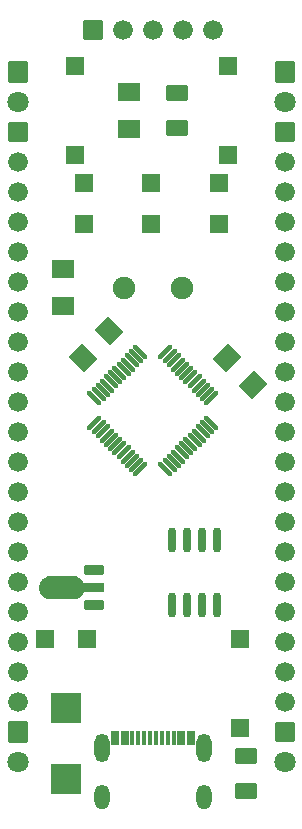
<source format=gts>
G04 Layer: TopSolderMaskLayer*
G04 EasyEDA v6.5.23, 2023-04-11 19:59:39*
G04 c99d532640dc4cbf880a73e467a675c2,770f52a9c06342aeb7d9f723a0e8078a,10*
G04 Gerber Generator version 0.2*
G04 Scale: 100 percent, Rotated: No, Reflected: No *
G04 Dimensions in inches *
G04 leading zeros omitted , absolute positions ,3 integer and 6 decimal *
%FSLAX36Y36*%
%MOIN*%

%AMMACRO1*1,1,$1,$2,$3*1,1,$1,$4,$5*1,1,$1,0-$2,0-$3*1,1,$1,0-$4,0-$5*20,1,$1,$2,$3,$4,$5,0*20,1,$1,$4,$5,0-$2,0-$3,0*20,1,$1,0-$2,0-$3,0-$4,0-$5,0*20,1,$1,0-$4,0-$5,$2,$3,0*4,1,4,$2,$3,$4,$5,0-$2,0-$3,0-$4,0-$5,$2,$3,0*%
%AMMACRO2*1,1,$1,$2,$3*1,1,$1,$4,$5*20,1,$1,$2,$3,$4,$5,0*%
%ADD10MACRO1,0.004X0.031X0.0335X0.031X-0.0335*%
%ADD11C,0.0709*%
%ADD12MACRO1,0.004X0.031X0.031X0.031X-0.031*%
%ADD13MACRO1,0.004X0.0335X-0.0238X-0.0335X-0.0238*%
%ADD14MACRO1,0.004X0.0335X0.0238X-0.0335X0.0238*%
%ADD15MACRO1,0.004X0.0295X-0.0276X-0.0295X-0.0276*%
%ADD16MACRO2,0.0146X-0.0171X0.0171X0.0171X-0.0171*%
%ADD17MACRO2,0.0146X-0.0171X-0.0171X0.0171X0.0171*%
%ADD18MACRO1,0.004X-0.0295X0.0276X0.0295X0.0276*%
%ADD19MACRO1,0.004X-0.034X0.0292X0.034X0.0292*%
%ADD20MACRO1,0.004X-0.034X-0.0292X0.034X-0.0292*%
%ADD21MACRO1,0.004X-0.0335X0.0238X0.0335X0.0238*%
%ADD22MACRO1,0.004X-0.0335X-0.0238X0.0335X-0.0238*%
%ADD23MACRO1,0.004X-0.0295X0.0295X0.0295X0.0295*%
%ADD24MACRO1,0.004X-0.0295X-0.0295X-0.0295X0.0295*%
%ADD25MACRO1,0.004X0.031X-0.0132X0.031X0.0132*%
%ADD26O,0.026597999999999997X0.084138*%
%ADD27MACRO1,0.0039X-0.0059X0.0226X0.0059X0.0226*%
%ADD28MACRO1,0.0039X-0.0118X0.0226X0.0118X0.0226*%
%ADD29O,0.051244000000000005X0.08274000000000001*%
%ADD30O,0.051244000000000005X0.094551*%
%ADD31MACRO1,0.004X0.0492X0.0478X0.0492X-0.0478*%
%ADD32C,0.0660*%
%ADD33MACRO1,0.004X-0.031X0.031X0.031X0.031*%
%ADD34MACRO1,0.004X0.0034X-0.0447X-0.0447X0.0034*%
%ADD35MACRO1,0.004X0.0447X-0.0034X-0.0034X0.0447*%
%ADD36MACRO1,0.004X-0.0447X-0.0034X0.0034X0.0447*%
%ADD37MACRO1,0.004X-0.0034X-0.0447X0.0447X0.0034*%
%ADD38C,0.0749*%
%ADD39C,0.0150*%

%LPD*%
D10*
G01*
X50000Y-200000D03*
D11*
G01*
X50000Y-300000D03*
D10*
G01*
X940000Y-200000D03*
D11*
G01*
X940000Y-300000D03*
D10*
G01*
X50000Y-2400000D03*
D11*
G01*
X50000Y-2500000D03*
D12*
G01*
X940000Y-2400000D03*
D11*
G01*
X940000Y-2500000D03*
D13*
G01*
X810000Y-2481781D03*
D14*
G01*
X810000Y-2598218D03*
D15*
G01*
X790000Y-2389602D03*
G01*
X790000Y-2090396D03*
G01*
X750000Y-479602D03*
G01*
X750000Y-180396D03*
D16*
G01*
X458250Y-1135130D03*
G01*
X444320Y-1149049D03*
G01*
X430409Y-1162970D03*
G01*
X416479Y-1176890D03*
G01*
X402569Y-1190809D03*
G01*
X388650Y-1204730D03*
G01*
X374730Y-1218650D03*
G01*
X360809Y-1232569D03*
G01*
X346890Y-1246479D03*
G01*
X332970Y-1260409D03*
G01*
X319049Y-1274320D03*
G01*
X305130Y-1288250D03*
D17*
G01*
X305130Y-1371760D03*
G01*
X319049Y-1385679D03*
G01*
X332970Y-1399590D03*
G01*
X346890Y-1413520D03*
G01*
X360809Y-1427430D03*
G01*
X374730Y-1441359D03*
G01*
X388650Y-1455269D03*
G01*
X402569Y-1469190D03*
G01*
X416479Y-1483109D03*
G01*
X430409Y-1497029D03*
G01*
X444320Y-1510950D03*
G01*
X458250Y-1524869D03*
D16*
G01*
X541760Y-1524869D03*
G01*
X555679Y-1510950D03*
G01*
X569590Y-1497029D03*
G01*
X583520Y-1483109D03*
G01*
X597430Y-1469190D03*
G01*
X611359Y-1455269D03*
G01*
X625269Y-1441359D03*
G01*
X639190Y-1427430D03*
G01*
X653109Y-1413520D03*
G01*
X667029Y-1399590D03*
G01*
X680950Y-1385679D03*
G01*
X694869Y-1371760D03*
D17*
G01*
X694869Y-1288250D03*
G01*
X680950Y-1274320D03*
G01*
X667029Y-1260409D03*
G01*
X653109Y-1246479D03*
G01*
X639190Y-1232569D03*
G01*
X625269Y-1218650D03*
G01*
X611359Y-1204730D03*
G01*
X597430Y-1190809D03*
G01*
X583520Y-1176890D03*
G01*
X569590Y-1162970D03*
G01*
X555679Y-1149049D03*
G01*
X541760Y-1135130D03*
D18*
G01*
X239999Y-180397D03*
G01*
X239999Y-479603D03*
D19*
G01*
X420000Y-392697D03*
D20*
G01*
X420000Y-267302D03*
D19*
G01*
X200000Y-982697D03*
D20*
G01*
X200000Y-857302D03*
D21*
G01*
X580000Y-388218D03*
D22*
G01*
X580000Y-271781D03*
D23*
G01*
X720000Y-708900D03*
G01*
X720000Y-571099D03*
G01*
X495000Y-708900D03*
G01*
X495000Y-571099D03*
G01*
X270000Y-708900D03*
G01*
X270000Y-571099D03*
D24*
G01*
X278900Y-2090000D03*
G01*
X141099Y-2090000D03*
D25*
G01*
X303397Y-1979049D03*
G01*
X303397Y-1860940D03*
G36*
X160100Y-1959400D02*
G01*
X158299Y-1959299D01*
X156399Y-1959200D01*
X154600Y-1959000D01*
X152800Y-1958699D01*
X150999Y-1958299D01*
X147399Y-1957300D01*
X144000Y-1955900D01*
X142300Y-1955100D01*
X140700Y-1954299D01*
X139099Y-1953299D01*
X137600Y-1952300D01*
X136100Y-1951199D01*
X134600Y-1950000D01*
X133299Y-1948800D01*
X131900Y-1947500D01*
X130700Y-1946199D01*
X129499Y-1944800D01*
X127300Y-1941799D01*
X126300Y-1940199D01*
X125399Y-1938600D01*
X124600Y-1936999D01*
X123800Y-1935300D01*
X123099Y-1933600D01*
X122600Y-1931799D01*
X121999Y-1930000D01*
X121599Y-1928299D01*
X121300Y-1926399D01*
X120999Y-1924600D01*
X120799Y-1922800D01*
X120799Y-1917199D01*
X120999Y-1915399D01*
X121599Y-1911799D01*
X121999Y-1910000D01*
X122600Y-1908200D01*
X123099Y-1906399D01*
X123800Y-1904699D01*
X124600Y-1903000D01*
X125399Y-1901399D01*
X126300Y-1899800D01*
X127300Y-1898200D01*
X128400Y-1896700D01*
X129499Y-1895300D01*
X130700Y-1893800D01*
X131900Y-1892500D01*
X133299Y-1891199D01*
X134600Y-1890000D01*
X136100Y-1888800D01*
X137600Y-1887699D01*
X139099Y-1886700D01*
X142300Y-1884899D01*
X144000Y-1884099D01*
X147399Y-1882699D01*
X150999Y-1881700D01*
X152800Y-1881300D01*
X154600Y-1880999D01*
X156399Y-1880799D01*
X158299Y-1880700D01*
X160100Y-1880599D01*
X233099Y-1880599D01*
X235000Y-1880700D01*
X236799Y-1880799D01*
X238600Y-1880999D01*
X240500Y-1881300D01*
X242300Y-1881700D01*
X244000Y-1882199D01*
X245799Y-1882699D01*
X249200Y-1884099D01*
X250900Y-1884899D01*
X254099Y-1886700D01*
X255700Y-1887699D01*
X257100Y-1888800D01*
X258600Y-1890000D01*
X260000Y-1891199D01*
X261300Y-1892500D01*
X262500Y-1893800D01*
X263699Y-1895300D01*
X264899Y-1896700D01*
X265900Y-1898200D01*
X266900Y-1899800D01*
X267800Y-1901399D01*
X268699Y-1903200D01*
X269099Y-1905000D01*
X336399Y-1905000D01*
X336399Y-1935000D01*
X269099Y-1935000D01*
X268699Y-1936799D01*
X267800Y-1938600D01*
X266900Y-1940199D01*
X265900Y-1941799D01*
X264899Y-1943299D01*
X263699Y-1944800D01*
X262500Y-1946199D01*
X261300Y-1947500D01*
X260000Y-1948800D01*
X258600Y-1950000D01*
X257100Y-1951199D01*
X255700Y-1952300D01*
X252500Y-1954299D01*
X250900Y-1955100D01*
X249200Y-1955900D01*
X245799Y-1957300D01*
X244000Y-1957800D01*
X242300Y-1958299D01*
X240500Y-1958699D01*
X238600Y-1959000D01*
X236799Y-1959200D01*
X235000Y-1959299D01*
X233099Y-1959400D01*
G37*
D26*
G01*
X565000Y-1978969D03*
G01*
X615000Y-1978969D03*
G01*
X665000Y-1978969D03*
G01*
X715000Y-1978969D03*
G01*
X565000Y-1761030D03*
G01*
X615000Y-1761030D03*
G01*
X665000Y-1761030D03*
G01*
X715000Y-1761030D03*
D27*
G01*
X431104Y-2422573D03*
G01*
X450788Y-2422555D03*
G01*
X470472Y-2422643D03*
G01*
X490156Y-2422569D03*
G01*
X509847Y-2422630D03*
G01*
X529527Y-2422569D03*
G01*
X549211Y-2422569D03*
G01*
X568895Y-2422569D03*
D28*
G01*
X374019Y-2422729D03*
G01*
X405510Y-2422729D03*
G01*
X594491Y-2422571D03*
G01*
X625987Y-2422572D03*
D29*
G01*
X329929Y-2617449D03*
G01*
X670079Y-2617449D03*
D30*
G01*
X670079Y-2454070D03*
G01*
X329929Y-2454070D03*
D31*
G01*
X210000Y-2559000D03*
G01*
X210000Y-2320999D03*
D32*
G01*
X700000Y-60000D03*
G01*
X600000Y-60000D03*
G01*
X500000Y-60000D03*
G01*
X400000Y-60000D03*
D33*
G01*
X300000Y-60000D03*
D32*
G01*
X50000Y-2300000D03*
G01*
X50000Y-2200000D03*
G01*
X50000Y-2100000D03*
G01*
X50000Y-2000000D03*
G01*
X50000Y-1900000D03*
G01*
X50000Y-1800000D03*
G01*
X50000Y-1700000D03*
G01*
X50000Y-1600000D03*
G01*
X50000Y-1500000D03*
G01*
X50000Y-1400000D03*
G01*
X50000Y-1300000D03*
G01*
X50000Y-1200000D03*
G01*
X50000Y-1100000D03*
G01*
X50000Y-1000000D03*
G01*
X50000Y-900000D03*
G01*
X50000Y-800000D03*
G01*
X50000Y-700000D03*
G01*
X50000Y-600000D03*
G01*
X50000Y-500000D03*
D12*
G01*
X50000Y-400000D03*
D32*
G01*
X940000Y-2300000D03*
G01*
X940000Y-2200000D03*
G01*
X940000Y-2100000D03*
G01*
X940000Y-2000000D03*
G01*
X940000Y-1900000D03*
G01*
X940000Y-1800000D03*
G01*
X940000Y-1700000D03*
G01*
X940000Y-1600000D03*
G01*
X940000Y-1500000D03*
G01*
X940000Y-1400000D03*
G01*
X940000Y-1300000D03*
G01*
X940000Y-1200000D03*
G01*
X940000Y-1100000D03*
G01*
X940000Y-1000000D03*
G01*
X940000Y-900000D03*
G01*
X940000Y-800000D03*
G01*
X940000Y-700000D03*
G01*
X940000Y-600000D03*
G01*
X940000Y-500000D03*
D12*
G01*
X940000Y-400000D03*
D34*
G01*
X354333Y-1065666D03*
D35*
G01*
X265666Y-1154333D03*
D36*
G01*
X834333Y-1244333D03*
D37*
G01*
X745666Y-1155666D03*
D38*
G01*
X403939Y-920000D03*
G01*
X596060Y-920000D03*
M02*

</source>
